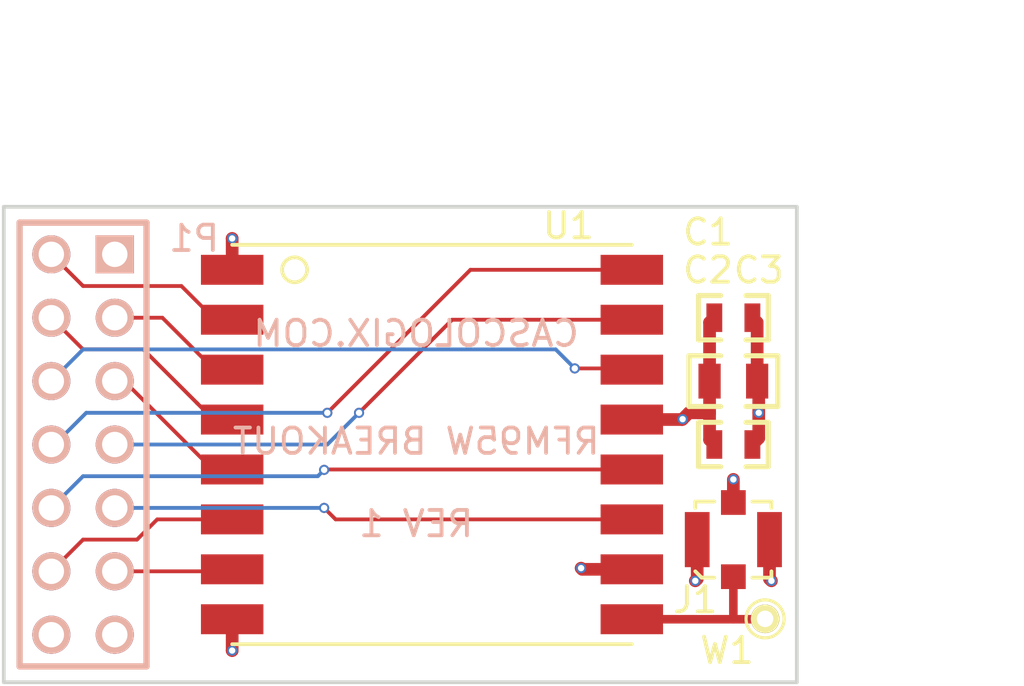
<source format=kicad_pcb>
(kicad_pcb (version 4) (host pcbnew 4.0.0-rc1-stable)

  (general
    (links 27)
    (no_connects 0)
    (area 103.6828 78.43 149.275715 105.485001)
    (thickness 1.6002)
    (drawings 9)
    (tracks 93)
    (zones 0)
    (modules 7)
    (nets 15)
  )

  (page USLetter)
  (title_block
    (title "LoRa Breakout Module")
    (date 2015-10-11)
    (rev 1.0)
    (company "Casco Logix")
  )

  (layers
    (0 F.Cu signal)
    (1 Gnd.Cu power hide)
    (2 Pwr.Cu power hide)
    (31 B.Cu signal)
    (32 B.Adhes user)
    (33 F.Adhes user)
    (34 B.Paste user)
    (35 F.Paste user)
    (36 B.SilkS user)
    (37 F.SilkS user)
    (38 B.Mask user)
    (39 F.Mask user)
    (40 Dwgs.User user)
    (41 Cmts.User user)
    (42 Eco1.User user)
    (43 Eco2.User user)
    (44 Edge.Cuts user)
    (45 Margin user)
    (46 B.CrtYd user)
    (47 F.CrtYd user)
    (48 B.Fab user)
    (49 F.Fab user)
  )

  (setup
    (last_trace_width 0.1524)
    (user_trace_width 0.3429)
    (trace_clearance 0.1524)
    (zone_clearance 0.2286)
    (zone_45_only no)
    (trace_min 0.1524)
    (segment_width 0.2)
    (edge_width 0.15)
    (via_size 0.4064)
    (via_drill 0.254)
    (via_min_size 0.381)
    (via_min_drill 0.254)
    (uvia_size 0.2032)
    (uvia_drill 0.1016)
    (uvias_allowed no)
    (uvia_min_size 0.2032)
    (uvia_min_drill 0.1016)
    (pcb_text_width 0.3)
    (pcb_text_size 1.5 1.5)
    (mod_edge_width 0.15)
    (mod_text_size 1.016 1.016)
    (mod_text_width 0.1524)
    (pad_size 1.524 1.524)
    (pad_drill 0.762)
    (pad_to_mask_clearance 0.2)
    (aux_axis_origin 0 0)
    (visible_elements 7FFEFFFF)
    (pcbplotparams
      (layerselection 0x011f0_80000007)
      (usegerberextensions false)
      (excludeedgelayer false)
      (linewidth 0.100000)
      (plotframeref true)
      (viasonmask false)
      (mode 1)
      (useauxorigin false)
      (hpglpennumber 1)
      (hpglpenspeed 20)
      (hpglpendiameter 15)
      (hpglpenoverlay 2)
      (psnegative false)
      (psa4output false)
      (plotreference true)
      (plotvalue false)
      (plotinvisibletext false)
      (padsonsilk false)
      (subtractmaskfromsilk false)
      (outputformat 4)
      (mirror false)
      (drillshape 0)
      (scaleselection 1)
      (outputdirectory Z:/Engineering/Projects/LoRa_Breakout/Hardware/EDA/Drawing/))
  )

  (net 0 "")
  (net 1 +3V3)
  (net 2 GND)
  (net 3 "Net-(J1-Pad1)")
  (net 4 RESET)
  (net 5 DIO5)
  (net 6 DIO4)
  (net 7 DIO1)
  (net 8 DIO2)
  (net 9 DIO3)
  (net 10 MISO)
  (net 11 MOSI)
  (net 12 SCK)
  (net 13 CS)
  (net 14 DIO0)

  (net_class Default "This is the default net class."
    (clearance 0.1524)
    (trace_width 0.1524)
    (via_dia 0.4064)
    (via_drill 0.254)
    (uvia_dia 0.2032)
    (uvia_drill 0.1016)
    (add_net CS)
    (add_net DIO0)
    (add_net DIO1)
    (add_net DIO2)
    (add_net DIO3)
    (add_net DIO4)
    (add_net DIO5)
    (add_net MISO)
    (add_net MOSI)
    (add_net "Net-(J1-Pad1)")
    (add_net RESET)
    (add_net SCK)
  )

  (net_class Power ""
    (clearance 0.1524)
    (trace_width 0.508)
    (via_dia 0.4064)
    (via_drill 0.254)
    (uvia_dia 0.2032)
    (uvia_drill 0.1016)
    (add_net +3V3)
    (add_net GND)
  )

  (module RF_Modules:RFM95W (layer F.Cu) (tedit 561AB58F) (tstamp 5605FED5)
    (at 122.555 95.885)
    (path /55FF2CDE)
    (fp_text reference U1 (at 5.461 -8.763) (layer F.SilkS)
      (effects (font (size 1.016 1.016) (thickness 0.1524)))
    )
    (fp_text value RFM95W (at 0 -9) (layer F.Fab) hide
      (effects (font (size 1.016 1.016) (thickness 0.1524)))
    )
    (fp_circle (center -5.5 -7) (end -5.5 -6.5) (layer F.SilkS) (width 0.15))
    (fp_line (start -8 8) (end 8 8) (layer F.SilkS) (width 0.15))
    (fp_line (start -8 -8) (end 8 -8) (layer F.SilkS) (width 0.15))
    (pad 1 smd rect (at -8 -7) (size 2.5 1.2) (layers F.Cu F.Paste F.Mask)
      (net 2 GND))
    (pad 2 smd rect (at -8 -5) (size 2.5 1.2) (layers F.Cu F.Paste F.Mask)
      (net 10 MISO))
    (pad 3 smd rect (at -8 -3) (size 2.5 1.2) (layers F.Cu F.Paste F.Mask)
      (net 11 MOSI))
    (pad 4 smd rect (at -8 -1) (size 2.5 1.2) (layers F.Cu F.Paste F.Mask)
      (net 12 SCK))
    (pad 5 smd rect (at -8 1) (size 2.5 1.2) (layers F.Cu F.Paste F.Mask)
      (net 13 CS))
    (pad 6 smd rect (at -8 3) (size 2.5 1.2) (layers F.Cu F.Paste F.Mask)
      (net 4 RESET))
    (pad 7 smd rect (at -8 5) (size 2.5 1.2) (layers F.Cu F.Paste F.Mask)
      (net 5 DIO5))
    (pad 8 smd rect (at -8 7) (size 2.5 1.2) (layers F.Cu F.Paste F.Mask)
      (net 2 GND))
    (pad 9 smd rect (at 8 7) (size 2.5 1.2) (layers F.Cu F.Paste F.Mask)
      (net 3 "Net-(J1-Pad1)"))
    (pad 10 smd rect (at 8 5) (size 2.5 1.2) (layers F.Cu F.Paste F.Mask)
      (net 2 GND))
    (pad 11 smd rect (at 8 3) (size 2.5 1.2) (layers F.Cu F.Paste F.Mask)
      (net 9 DIO3))
    (pad 12 smd rect (at 8 1) (size 2.5 1.2) (layers F.Cu F.Paste F.Mask)
      (net 6 DIO4))
    (pad 13 smd rect (at 8 -1) (size 2.5 1.2) (layers F.Cu F.Paste F.Mask)
      (net 1 +3V3))
    (pad 14 smd rect (at 8 -3) (size 2.5 1.2) (layers F.Cu F.Paste F.Mask)
      (net 14 DIO0))
    (pad 15 smd rect (at 8 -5) (size 2.5 1.2) (layers F.Cu F.Paste F.Mask)
      (net 7 DIO1))
    (pad 16 smd rect (at 8 -7) (size 2.5 1.2) (layers F.Cu F.Paste F.Mask)
      (net 8 DIO2))
    (model C:/Engineering/KiCAD_Libraries/3D/Modules/VRML/RFM95W.wrl
      (at (xyz 0 0 0))
      (scale (xyz 1 1 1))
      (rotate (xyz 0 0 0))
    )
  )

  (module Passive:C0603 (layer F.Cu) (tedit 560688EE) (tstamp 5605FEA7)
    (at 134.62 95.885)
    (path /5600CBDC)
    (attr smd)
    (fp_text reference C3 (at 1.016 -6.985) (layer F.SilkS)
      (effects (font (size 1.016 1.016) (thickness 0.1524)))
    )
    (fp_text value 0.1u (at 0 1.778) (layer F.SilkS) hide
      (effects (font (size 1.016 1.016) (thickness 0.1524)))
    )
    (fp_line (start 0.508 -0.889) (end 1.397 -0.889) (layer F.SilkS) (width 0.2032))
    (fp_line (start 1.397 -0.889) (end 1.397 0.889) (layer F.SilkS) (width 0.2032))
    (fp_line (start 1.397 0.889) (end 0.508 0.889) (layer F.SilkS) (width 0.2032))
    (fp_line (start -0.508 0.889) (end -1.397 0.889) (layer F.SilkS) (width 0.2032))
    (fp_line (start -0.508 -0.889) (end -1.397 -0.889) (layer F.SilkS) (width 0.2032))
    (fp_line (start -1.397 -0.889) (end -1.397 0.889) (layer F.SilkS) (width 0.2032))
    (pad 1 smd rect (at -0.762 0) (size 0.635 1.143) (layers F.Cu F.Paste F.Mask)
      (net 1 +3V3))
    (pad 2 smd rect (at 0.762 0) (size 0.635 1.143) (layers F.Cu F.Paste F.Mask)
      (net 2 GND))
    (model Z:/Engineering/KiCAD_Libraries/3D/Discrete/Passive/Capacitors/VRML/C0603.wrl
      (at (xyz 0 0 0.005))
      (scale (xyz 1 1 1))
      (rotate (xyz 0 0 0))
    )
  )

  (module C0805 (layer F.Cu) (tedit 5606889F) (tstamp 5605FE9B)
    (at 134.62 93.345)
    (path /5600CB12)
    (attr smd)
    (fp_text reference C1 (at -1.016 -5.969) (layer F.SilkS)
      (effects (font (size 1.016 1.016) (thickness 0.1524)))
    )
    (fp_text value 10u (at 0 2.032) (layer F.SilkS) hide
      (effects (font (size 1.016 1.016) (thickness 0.1524)))
    )
    (fp_line (start 0.508 -1.016) (end 1.778 -1.016) (layer F.SilkS) (width 0.2032))
    (fp_line (start 1.778 -1.016) (end 1.778 1.016) (layer F.SilkS) (width 0.2032))
    (fp_line (start 1.778 1.016) (end 0.508 1.016) (layer F.SilkS) (width 0.2032))
    (fp_line (start -0.508 -1.016) (end -1.778 -1.016) (layer F.SilkS) (width 0.2032))
    (fp_line (start -1.778 -1.016) (end -1.778 1.016) (layer F.SilkS) (width 0.2032))
    (fp_line (start -1.778 1.016) (end -0.508 1.016) (layer F.SilkS) (width 0.2032))
    (pad 1 smd rect (at -0.9525 0) (size 0.889 1.397) (layers F.Cu F.Paste F.Mask)
      (net 1 +3V3))
    (pad 2 smd rect (at 0.9525 0) (size 0.889 1.397) (layers F.Cu F.Paste F.Mask)
      (net 2 GND))
    (model Z:/Engineering/KiCAD_Libraries/3D/Discrete/Passive/Capacitors/VRML/C0805.wrl
      (at (xyz 0 0 0.005))
      (scale (xyz 1 1 1))
      (rotate (xyz 0 0 0))
    )
  )

  (module C0603 (layer F.Cu) (tedit 56060BFA) (tstamp 5605FEA1)
    (at 134.62 90.805)
    (path /5600CA91)
    (attr smd)
    (fp_text reference C2 (at -1.016 -1.905) (layer F.SilkS)
      (effects (font (size 1.016 1.016) (thickness 0.1524)))
    )
    (fp_text value 1u (at 0 1.778) (layer F.SilkS) hide
      (effects (font (size 1.016 1.016) (thickness 0.1524)))
    )
    (fp_line (start 0.508 -0.889) (end 1.397 -0.889) (layer F.SilkS) (width 0.2032))
    (fp_line (start 1.397 -0.889) (end 1.397 0.889) (layer F.SilkS) (width 0.2032))
    (fp_line (start 1.397 0.889) (end 0.508 0.889) (layer F.SilkS) (width 0.2032))
    (fp_line (start -0.508 0.889) (end -1.397 0.889) (layer F.SilkS) (width 0.2032))
    (fp_line (start -0.508 -0.889) (end -1.397 -0.889) (layer F.SilkS) (width 0.2032))
    (fp_line (start -1.397 -0.889) (end -1.397 0.889) (layer F.SilkS) (width 0.2032))
    (pad 1 smd rect (at -0.762 0) (size 0.635 1.143) (layers F.Cu F.Paste F.Mask)
      (net 1 +3V3))
    (pad 2 smd rect (at 0.762 0) (size 0.635 1.143) (layers F.Cu F.Paste F.Mask)
      (net 2 GND))
    (model Z:/Engineering/KiCAD_Libraries/3D/Discrete/Passive/Capacitors/VRML/C0603.wrl
      (at (xyz 0 0 0.005))
      (scale (xyz 1 1 1))
      (rotate (xyz 0 0 0))
    )
  )

  (module HEADER_100MIL_2R14P_PTH (layer B.Cu) (tedit 5606E579) (tstamp 5605FEC1)
    (at 108.585 95.885 270)
    (tags Header)
    (path /5600D096)
    (fp_text reference P1 (at -8.255 -4.445 540) (layer B.SilkS)
      (effects (font (size 1.016 1.016) (thickness 0.1524)) (justify mirror))
    )
    (fp_text value HEADER_2x7 (at 0 3.81 270) (layer B.SilkS) hide
      (effects (font (size 1.016 1.016) (thickness 0.1524)) (justify mirror))
    )
    (fp_line (start -8.89 2.54) (end 8.89 2.54) (layer B.SilkS) (width 0.254))
    (fp_line (start -8.89 -2.54) (end 8.89 -2.54) (layer B.SilkS) (width 0.254))
    (fp_line (start 8.89 2.54) (end 8.89 -2.54) (layer B.SilkS) (width 0.254))
    (fp_line (start -8.89 -2.54) (end -8.89 2.54) (layer B.SilkS) (width 0.254))
    (pad 14 thru_hole circle (at 7.62 1.27 270) (size 1.524 1.524) (drill 1.016) (layers *.Cu *.Mask B.SilkS)
      (net 2 GND))
    (pad 13 thru_hole circle (at 7.62 -1.27 270) (size 1.524 1.524) (drill 1.016) (layers *.Cu *.Mask B.SilkS)
      (net 1 +3V3))
    (pad 12 thru_hole circle (at 5.08 1.27 270) (size 1.524 1.524) (drill 1.016) (layers *.Cu *.Mask B.SilkS)
      (net 4 RESET))
    (pad 11 thru_hole circle (at 5.08 -1.27 270) (size 1.524 1.524) (drill 1.016) (layers *.Cu *.Mask B.SilkS)
      (net 5 DIO5))
    (pad 1 thru_hole rect (at -7.62 -1.27 270) (size 1.524 1.524) (drill 1.016) (layers *.Cu *.Mask B.SilkS)
      (net 2 GND))
    (pad 2 thru_hole circle (at -7.62 1.27 270) (size 1.524 1.524) (drill 1.016) (layers *.Cu *.Mask B.SilkS)
      (net 10 MISO))
    (pad 3 thru_hole circle (at -5.08 -1.27 270) (size 1.524 1.524) (drill 1.016) (layers *.Cu *.Mask B.SilkS)
      (net 11 MOSI))
    (pad 4 thru_hole circle (at -5.08 1.27 270) (size 1.524 1.524) (drill 1.016) (layers *.Cu *.Mask B.SilkS)
      (net 12 SCK))
    (pad 5 thru_hole circle (at -2.54 -1.27 270) (size 1.524 1.524) (drill 1.016) (layers *.Cu *.Mask B.SilkS)
      (net 13 CS))
    (pad 6 thru_hole circle (at -2.54 1.27 270) (size 1.524 1.524) (drill 1.016) (layers *.Cu *.Mask B.SilkS)
      (net 14 DIO0))
    (pad 7 thru_hole circle (at 0 -1.27 270) (size 1.524 1.524) (drill 1.016) (layers *.Cu *.Mask B.SilkS)
      (net 7 DIO1))
    (pad 8 thru_hole circle (at 0 1.27 270) (size 1.524 1.524) (drill 1.016) (layers *.Cu *.Mask B.SilkS)
      (net 8 DIO2))
    (pad 9 thru_hole circle (at 2.54 -1.27 270) (size 1.524 1.524) (drill 1.016) (layers *.Cu *.Mask B.SilkS)
      (net 9 DIO3))
    (pad 10 thru_hole circle (at 2.54 1.27 270) (size 1.524 1.524) (drill 1.016) (layers *.Cu *.Mask B.SilkS)
      (net 6 DIO4))
    (model Z:/Engineering/KiCAD_Libraries/3D/Headers/VRML/HEADER_M_2.54MM_2R14P_0.230H_0.120T_ST_AU_PTH.wrl
      (at (xyz 0 0 0))
      (scale (xyz 1 1 1))
      (rotate (xyz 0 0 0))
    )
  )

  (module U.FL-R-SMT (layer F.Cu) (tedit 56060C36) (tstamp 5605FEAF)
    (at 134.62 99.695)
    (path /560608D5)
    (fp_text reference J1 (at -1.524 2.413) (layer F.SilkS)
      (effects (font (size 1.016 1.016) (thickness 0.1524)))
    )
    (fp_text value u.FL (at 0 3.81) (layer F.Fab) hide
      (effects (font (size 1.016 1.016) (thickness 0.1524)))
    )
    (fp_line (start 1.524 1.27) (end 1.524 1.524) (layer F.SilkS) (width 0.15))
    (fp_line (start -1.524 -1.524) (end -1.524 -1.27) (layer F.SilkS) (width 0.15))
    (fp_line (start 1.524 -1.524) (end 1.524 -1.27) (layer F.SilkS) (width 0.15))
    (fp_line (start -1.27 1.524) (end -0.762 1.524) (layer F.SilkS) (width 0.15))
    (fp_line (start -1.524 1.27) (end -1.27 1.524) (layer F.SilkS) (width 0.15))
    (fp_line (start -1.524 -1.524) (end -0.762 -1.524) (layer F.SilkS) (width 0.15))
    (fp_line (start 0.762 1.524) (end 1.524 1.524) (layer F.SilkS) (width 0.15))
    (fp_line (start 0.762 -1.524) (end 1.524 -1.524) (layer F.SilkS) (width 0.15))
    (pad 1 smd rect (at 0 1.4859) (size 0.9906 0.9906) (layers F.Cu F.Paste F.Mask)
      (net 3 "Net-(J1-Pad1)"))
    (pad 4 smd rect (at 1.4478 0) (size 0.9906 2.2098) (layers F.Cu F.Paste F.Mask)
      (net 2 GND))
    (pad 2 smd rect (at -1.4478 0) (size 0.9906 2.2098) (layers F.Cu F.Paste F.Mask)
      (net 2 GND))
    (pad 3 smd rect (at 0 -1.4859) (size 0.9906 0.9906) (layers F.Cu F.Paste F.Mask)
      (net 2 GND))
    (model C:/Engineering/KiCAD_Libraries/3D/Connectors/RF/VRML/UFL-R-SMD.wrl
      (at (xyz 0 0 0))
      (scale (xyz 1 1 1))
      (rotate (xyz 0 0 0))
    )
  )

  (module Wire_to_Board:WIRE_PAD_26AWG (layer F.Cu) (tedit 56060C09) (tstamp 5606022A)
    (at 135.89 102.87)
    (path /5600D2F3)
    (fp_text reference W1 (at -1.524 1.27) (layer F.SilkS)
      (effects (font (size 1.016 1.016) (thickness 0.1524)))
    )
    (fp_text value WIRE_PAD_26AWG (at 0 -1.778) (layer F.SilkS) hide
      (effects (font (size 1.016 1.016) (thickness 0.1524)))
    )
    (fp_circle (center 0 0) (end 0.762 0) (layer F.SilkS) (width 0.127))
    (pad 1 thru_hole circle (at 0 0) (size 1.143 1.143) (drill 0.6604) (layers *.Cu *.Mask F.SilkS)
      (net 3 "Net-(J1-Pad1)"))
  )

  (dimension 19.05 (width 0.3) (layer Dwgs.User)
    (gr_text "0.7500 in" (at 143.59 95.885 270) (layer Dwgs.User)
      (effects (font (size 1.5 1.5) (thickness 0.3)))
    )
    (feature1 (pts (xy 138.43 105.41) (xy 144.94 105.41)))
    (feature2 (pts (xy 138.43 86.36) (xy 144.94 86.36)))
    (crossbar (pts (xy 142.24 86.36) (xy 142.24 105.41)))
    (arrow1a (pts (xy 142.24 105.41) (xy 141.653579 104.283496)))
    (arrow1b (pts (xy 142.24 105.41) (xy 142.826421 104.283496)))
    (arrow2a (pts (xy 142.24 86.36) (xy 141.653579 87.486504)))
    (arrow2b (pts (xy 142.24 86.36) (xy 142.826421 87.486504)))
  )
  (dimension 31.75 (width 0.3) (layer Dwgs.User)
    (gr_text "1.2500 in" (at 121.285 79.93) (layer Dwgs.User)
      (effects (font (size 1.5 1.5) (thickness 0.3)))
    )
    (feature1 (pts (xy 137.16 85.09) (xy 137.16 78.58)))
    (feature2 (pts (xy 105.41 85.09) (xy 105.41 78.58)))
    (crossbar (pts (xy 105.41 81.28) (xy 137.16 81.28)))
    (arrow1a (pts (xy 137.16 81.28) (xy 136.033496 81.866421)))
    (arrow1b (pts (xy 137.16 81.28) (xy 136.033496 80.693579)))
    (arrow2a (pts (xy 105.41 81.28) (xy 106.536504 81.866421)))
    (arrow2b (pts (xy 105.41 81.28) (xy 106.536504 80.693579)))
  )
  (gr_text "REV 1" (at 121.92 99.06) (layer B.SilkS)
    (effects (font (size 1.016 1.016) (thickness 0.1524)) (justify mirror))
  )
  (gr_text "RFM95W BREAKOUT" (at 121.92 95.758) (layer B.SilkS)
    (effects (font (size 1.016 1.016) (thickness 0.1524)) (justify mirror))
  )
  (gr_text CASCOLOGIX.COM (at 121.92 91.44) (layer B.SilkS)
    (effects (font (size 1.016 1.016) (thickness 0.1524)) (justify mirror))
  )
  (gr_line (start 105.41 105.41) (end 105.41 86.36) (angle 90) (layer Edge.Cuts) (width 0.15))
  (gr_line (start 137.16 105.41) (end 105.41 105.41) (angle 90) (layer Edge.Cuts) (width 0.15))
  (gr_line (start 137.16 86.36) (end 137.16 105.41) (angle 90) (layer Edge.Cuts) (width 0.15))
  (gr_line (start 105.41 86.36) (end 137.16 86.36) (angle 90) (layer Edge.Cuts) (width 0.15))

  (segment (start 132.588 94.869) (end 132.842 94.615) (width 0.508) (layer F.Cu) (net 1))
  (segment (start 132.572 94.885) (end 132.588 94.869) (width 0.508) (layer F.Cu) (net 1) (tstamp 56088D8C))
  (via (at 132.588 94.869) (size 0.4064) (drill 0.254) (layers F.Cu B.Cu) (net 1))
  (segment (start 130.555 94.885) (end 132.572 94.885) (width 0.508) (layer F.Cu) (net 1))
  (segment (start 132.842 94.615) (end 133.6675 94.615) (width 0.508) (layer F.Cu) (net 1) (tstamp 56088D99))
  (segment (start 133.6675 93.345) (end 133.477 93.345) (width 0.508) (layer F.Cu) (net 1))
  (segment (start 133.6675 93.345) (end 133.6675 94.615) (width 0.508) (layer F.Cu) (net 1))
  (segment (start 133.6675 94.615) (end 133.6675 95.6945) (width 0.508) (layer F.Cu) (net 1) (tstamp 56088DAF))
  (segment (start 133.6675 95.6945) (end 133.858 95.885) (width 0.508) (layer F.Cu) (net 1) (tstamp 56060754))
  (segment (start 133.858 90.805) (end 133.6675 90.9955) (width 0.508) (layer F.Cu) (net 1))
  (segment (start 133.6675 90.9955) (end 133.6675 93.345) (width 0.508) (layer F.Cu) (net 1) (tstamp 56060750))
  (segment (start 135.636 95.631) (end 135.636 94.615) (width 0.508) (layer F.Cu) (net 2))
  (via (at 135.636 94.615) (size 0.4064) (drill 0.254) (layers F.Cu B.Cu) (net 2))
  (segment (start 135.636 94.615) (end 135.636 93.4085) (width 0.508) (layer F.Cu) (net 2) (tstamp 56088D59))
  (segment (start 135.636 95.631) (end 135.382 95.885) (width 0.508) (layer F.Cu) (net 2) (tstamp 56088D6C))
  (segment (start 135.5725 93.345) (end 135.636 93.4085) (width 0.508) (layer F.Cu) (net 2))
  (segment (start 130.555 100.885) (end 128.571 100.885) (width 0.508) (layer F.Cu) (net 2))
  (via (at 128.524 100.838) (size 0.4064) (drill 0.254) (layers F.Cu B.Cu) (net 2))
  (segment (start 128.571 100.885) (end 128.524 100.838) (width 0.508) (layer F.Cu) (net 2) (tstamp 5606EB99))
  (segment (start 134.62 98.2091) (end 134.62 97.282) (width 0.508) (layer F.Cu) (net 2))
  (via (at 134.62 97.282) (size 0.4064) (drill 0.254) (layers F.Cu B.Cu) (net 2))
  (segment (start 133.1722 99.695) (end 133.1722 101.2698) (width 0.508) (layer F.Cu) (net 2))
  (via (at 133.096 101.346) (size 0.4064) (drill 0.254) (layers F.Cu B.Cu) (net 2))
  (segment (start 133.1722 101.2698) (end 133.096 101.346) (width 0.508) (layer F.Cu) (net 2) (tstamp 5606EB8A))
  (segment (start 136.0678 99.695) (end 136.0678 101.2698) (width 0.508) (layer F.Cu) (net 2))
  (via (at 136.144 101.346) (size 0.4064) (drill 0.254) (layers F.Cu B.Cu) (net 2))
  (segment (start 136.0678 101.2698) (end 136.144 101.346) (width 0.508) (layer F.Cu) (net 2) (tstamp 5606EB83))
  (segment (start 114.555 88.885) (end 114.555 87.631) (width 0.508) (layer F.Cu) (net 2))
  (via (at 114.554 87.63) (size 0.4064) (drill 0.254) (layers F.Cu B.Cu) (net 2))
  (segment (start 114.555 87.631) (end 114.554 87.63) (width 0.508) (layer F.Cu) (net 2) (tstamp 5606E4F9))
  (segment (start 114.555 102.885) (end 114.555 104.139) (width 0.508) (layer F.Cu) (net 2))
  (via (at 114.554 104.14) (size 0.4064) (drill 0.254) (layers F.Cu B.Cu) (net 2))
  (segment (start 114.555 104.139) (end 114.554 104.14) (width 0.508) (layer F.Cu) (net 2) (tstamp 5606E4CA))
  (segment (start 114.555 102.885) (end 114.554 102.87) (width 0.1524) (layer F.Cu) (net 2) (status 80000))
  (segment (start 114.555 88.885) (end 114.554 88.9) (width 0.1524) (layer F.Cu) (net 2) (status 80000))
  (segment (start 135.382 90.805) (end 135.5725 90.9955) (width 0.508) (layer F.Cu) (net 2))
  (segment (start 135.5725 90.9955) (end 135.5725 93.345) (width 0.508) (layer F.Cu) (net 2) (tstamp 5606074B))
  (segment (start 134.62 101.1809) (end 134.62 102.885) (width 0.3429) (layer F.Cu) (net 3))
  (segment (start 134.62 102.885) (end 134.62 102.87) (width 0.1524) (layer F.Cu) (net 3) (tstamp 560607A6))
  (segment (start 134.62 102.87) (end 134.62 102.885) (width 0.1524) (layer F.Cu) (net 3) (tstamp 560607A9))
  (segment (start 130.555 102.885) (end 134.62 102.885) (width 0.3429) (layer F.Cu) (net 3))
  (segment (start 134.62 102.885) (end 135.875 102.885) (width 0.3429) (layer F.Cu) (net 3) (tstamp 560607AA))
  (segment (start 135.875 102.885) (end 135.89 102.87) (width 0.1524) (layer F.Cu) (net 3) (tstamp 560607A1))
  (segment (start 114.555 98.885) (end 111.554 98.885) (width 0.1524) (layer F.Cu) (net 4))
  (segment (start 108.585 99.695) (end 107.315 100.965) (width 0.1524) (layer F.Cu) (net 4) (tstamp 560882BE))
  (segment (start 110.744 99.695) (end 108.585 99.695) (width 0.1524) (layer F.Cu) (net 4) (tstamp 560882BC))
  (segment (start 111.554 98.885) (end 110.744 99.695) (width 0.1524) (layer F.Cu) (net 4) (tstamp 560882B7))
  (segment (start 109.855 100.965) (end 114.475 100.965) (width 0.1524) (layer F.Cu) (net 5))
  (segment (start 114.475 100.965) (end 114.555 100.885) (width 0.1524) (layer F.Cu) (net 5) (tstamp 560882C2))
  (segment (start 130.555 96.885) (end 118.253 96.885) (width 0.1524) (layer F.Cu) (net 6))
  (segment (start 108.585 97.155) (end 107.315 98.425) (width 0.1524) (layer B.Cu) (net 6) (tstamp 5608834C))
  (segment (start 117.983 97.155) (end 108.585 97.155) (width 0.1524) (layer B.Cu) (net 6) (tstamp 56088349))
  (segment (start 118.237 96.901) (end 117.983 97.155) (width 0.1524) (layer B.Cu) (net 6) (tstamp 56088348))
  (via (at 118.237 96.901) (size 0.4064) (drill 0.254) (layers F.Cu B.Cu) (net 6))
  (segment (start 118.253 96.885) (end 118.237 96.901) (width 0.1524) (layer F.Cu) (net 6) (tstamp 5608833B))
  (segment (start 109.855 95.885) (end 118.364 95.885) (width 0.1524) (layer B.Cu) (net 7))
  (segment (start 123.364 90.885) (end 130.555 90.885) (width 0.1524) (layer F.Cu) (net 7) (tstamp 56088336))
  (segment (start 119.634 94.615) (end 123.364 90.885) (width 0.1524) (layer F.Cu) (net 7) (tstamp 56088335))
  (via (at 119.634 94.615) (size 0.4064) (drill 0.254) (layers F.Cu B.Cu) (net 7))
  (segment (start 118.364 95.885) (end 119.634 94.615) (width 0.1524) (layer B.Cu) (net 7) (tstamp 56088328))
  (segment (start 130.555 88.885) (end 124.094 88.885) (width 0.1524) (layer F.Cu) (net 8))
  (segment (start 108.712 94.615) (end 107.442 95.885) (width 0.1524) (layer B.Cu) (net 8) (tstamp 56088323))
  (segment (start 118.364 94.615) (end 108.712 94.615) (width 0.1524) (layer B.Cu) (net 8) (tstamp 56088322))
  (via (at 118.364 94.615) (size 0.4064) (drill 0.254) (layers F.Cu B.Cu) (net 8))
  (segment (start 124.094 88.885) (end 118.364 94.615) (width 0.1524) (layer F.Cu) (net 8) (tstamp 56088308))
  (segment (start 107.442 95.885) (end 107.315 95.885) (width 0.1524) (layer B.Cu) (net 8) (tstamp 56088324))
  (segment (start 109.855 98.425) (end 118.237 98.425) (width 0.1524) (layer B.Cu) (net 9))
  (segment (start 118.697 98.885) (end 130.555 98.885) (width 0.1524) (layer F.Cu) (net 9) (tstamp 56088356))
  (segment (start 118.237 98.425) (end 118.697 98.885) (width 0.1524) (layer F.Cu) (net 9) (tstamp 56088355))
  (via (at 118.237 98.425) (size 0.4064) (drill 0.254) (layers F.Cu B.Cu) (net 9))
  (segment (start 107.315 88.265) (end 108.585 89.535) (width 0.1524) (layer F.Cu) (net 10))
  (segment (start 112.522 89.535) (end 113.872 90.885) (width 0.1524) (layer F.Cu) (net 10) (tstamp 5608824F))
  (segment (start 108.585 89.535) (end 112.522 89.535) (width 0.1524) (layer F.Cu) (net 10) (tstamp 56088244))
  (segment (start 113.872 90.885) (end 114.555 90.885) (width 0.1524) (layer F.Cu) (net 10) (tstamp 56088255))
  (segment (start 109.855 90.805) (end 111.76 90.805) (width 0.1524) (layer F.Cu) (net 11))
  (segment (start 111.76 90.805) (end 113.84 92.885) (width 0.1524) (layer F.Cu) (net 11) (tstamp 560889F0))
  (segment (start 113.84 92.885) (end 114.555 92.885) (width 0.1524) (layer F.Cu) (net 11) (tstamp 56088A00))
  (segment (start 107.315 90.805) (end 108.585 92.075) (width 0.1524) (layer F.Cu) (net 12))
  (segment (start 113.157 94.234) (end 113.808 94.885) (width 0.1524) (layer F.Cu) (net 12) (tstamp 560882EF))
  (segment (start 113.157 94.234) (end 113.157 94.234) (width 0.1524) (layer F.Cu) (net 12) (tstamp 560882EB))
  (segment (start 110.998 92.075) (end 113.157 94.234) (width 0.1524) (layer F.Cu) (net 12) (tstamp 560882E6))
  (segment (start 108.585 92.075) (end 110.998 92.075) (width 0.1524) (layer F.Cu) (net 12) (tstamp 560882E4))
  (segment (start 113.808 94.885) (end 114.555 94.885) (width 0.1524) (layer F.Cu) (net 12) (tstamp 560882F2))
  (segment (start 109.855 93.345) (end 110.236 93.345) (width 0.1524) (layer F.Cu) (net 13))
  (segment (start 110.236 93.345) (end 113.776 96.885) (width 0.1524) (layer F.Cu) (net 13) (tstamp 56088A3B))
  (segment (start 113.776 96.885) (end 114.555 96.885) (width 0.1524) (layer F.Cu) (net 13) (tstamp 56088A40))
  (segment (start 113.903 96.885) (end 114.555 96.885) (width 0.1524) (layer F.Cu) (net 13) (tstamp 5608829C))
  (segment (start 107.315 93.345) (end 108.585 92.075) (width 0.1524) (layer B.Cu) (net 14))
  (segment (start 128.27 92.837) (end 130.507 92.837) (width 0.1524) (layer F.Cu) (net 14) (tstamp 5608836A))
  (via (at 128.27 92.837) (size 0.4064) (drill 0.254) (layers F.Cu B.Cu) (net 14))
  (segment (start 127.508 92.075) (end 128.27 92.837) (width 0.1524) (layer B.Cu) (net 14) (tstamp 56088363))
  (segment (start 108.585 92.075) (end 127.508 92.075) (width 0.1524) (layer B.Cu) (net 14) (tstamp 5608835F))
  (segment (start 130.507 92.837) (end 130.555 92.885) (width 0.1524) (layer F.Cu) (net 14) (tstamp 5608836B))

  (zone (net 2) (net_name GND) (layer Gnd.Cu) (tstamp 560604A5) (hatch edge 0.508)
    (connect_pads (clearance 0.2286))
    (min_thickness 0.254)
    (fill yes (arc_segments 16) (thermal_gap 0.508) (thermal_bridge_width 0.508))
    (polygon
      (pts
        (xy 137.16 105.41) (xy 105.41 105.41) (xy 105.41 86.36) (xy 137.16 86.36) (xy 137.16 105.41)
      )
    )
    (filled_polygon
      (pts
        (xy 136.7294 102.473759) (xy 136.676415 102.345526) (xy 136.415846 102.084501) (xy 136.075221 101.943061) (xy 135.706397 101.942739)
        (xy 135.365526 102.083585) (xy 135.104501 102.344154) (xy 134.963061 102.684779) (xy 134.962739 103.053603) (xy 135.103585 103.394474)
        (xy 135.364154 103.655499) (xy 135.704779 103.796939) (xy 136.073603 103.797261) (xy 136.414474 103.656415) (xy 136.675499 103.395846)
        (xy 136.7294 103.266038) (xy 136.7294 104.9794) (xy 105.8406 104.9794) (xy 105.8406 104.485213) (xy 106.514392 104.485213)
        (xy 106.583857 104.727397) (xy 107.107302 104.914144) (xy 107.662368 104.886362) (xy 108.046143 104.727397) (xy 108.115608 104.485213)
        (xy 107.315 103.684605) (xy 106.514392 104.485213) (xy 105.8406 104.485213) (xy 105.8406 103.297302) (xy 105.905856 103.297302)
        (xy 105.933638 103.852368) (xy 106.092603 104.236143) (xy 106.334787 104.305608) (xy 107.135395 103.505) (xy 107.494605 103.505)
        (xy 108.295213 104.305608) (xy 108.537397 104.236143) (xy 108.71928 103.726329) (xy 108.737207 103.726329) (xy 108.906992 104.137242)
        (xy 109.221104 104.451903) (xy 109.63172 104.622406) (xy 110.076329 104.622793) (xy 110.487242 104.453008) (xy 110.801903 104.138896)
        (xy 110.972406 103.72828) (xy 110.972793 103.283671) (xy 110.803008 102.872758) (xy 110.488896 102.558097) (xy 110.07828 102.387594)
        (xy 109.633671 102.387207) (xy 109.222758 102.556992) (xy 108.908097 102.871104) (xy 108.737594 103.28172) (xy 108.737207 103.726329)
        (xy 108.71928 103.726329) (xy 108.724144 103.712698) (xy 108.696362 103.157632) (xy 108.537397 102.773857) (xy 108.295213 102.704392)
        (xy 107.494605 103.505) (xy 107.135395 103.505) (xy 106.334787 102.704392) (xy 106.092603 102.773857) (xy 105.905856 103.297302)
        (xy 105.8406 103.297302) (xy 105.8406 102.524787) (xy 106.514392 102.524787) (xy 107.315 103.325395) (xy 108.115608 102.524787)
        (xy 108.046143 102.282603) (xy 107.522698 102.095856) (xy 106.967632 102.123638) (xy 106.583857 102.282603) (xy 106.514392 102.524787)
        (xy 105.8406 102.524787) (xy 105.8406 101.186329) (xy 106.197207 101.186329) (xy 106.366992 101.597242) (xy 106.681104 101.911903)
        (xy 107.09172 102.082406) (xy 107.536329 102.082793) (xy 107.947242 101.913008) (xy 108.261903 101.598896) (xy 108.432406 101.18828)
        (xy 108.432407 101.186329) (xy 108.737207 101.186329) (xy 108.906992 101.597242) (xy 109.221104 101.911903) (xy 109.63172 102.082406)
        (xy 110.076329 102.082793) (xy 110.487242 101.913008) (xy 110.801903 101.598896) (xy 110.972406 101.18828) (xy 110.972793 100.743671)
        (xy 110.803008 100.332758) (xy 110.488896 100.018097) (xy 110.07828 99.847594) (xy 109.633671 99.847207) (xy 109.222758 100.016992)
        (xy 108.908097 100.331104) (xy 108.737594 100.74172) (xy 108.737207 101.186329) (xy 108.432407 101.186329) (xy 108.432793 100.743671)
        (xy 108.263008 100.332758) (xy 107.948896 100.018097) (xy 107.53828 99.847594) (xy 107.093671 99.847207) (xy 106.682758 100.016992)
        (xy 106.368097 100.331104) (xy 106.197594 100.74172) (xy 106.197207 101.186329) (xy 105.8406 101.186329) (xy 105.8406 98.646329)
        (xy 106.197207 98.646329) (xy 106.366992 99.057242) (xy 106.681104 99.371903) (xy 107.09172 99.542406) (xy 107.536329 99.542793)
        (xy 107.947242 99.373008) (xy 108.261903 99.058896) (xy 108.432406 98.64828) (xy 108.432407 98.646329) (xy 108.737207 98.646329)
        (xy 108.906992 99.057242) (xy 109.221104 99.371903) (xy 109.63172 99.542406) (xy 110.076329 99.542793) (xy 110.487242 99.373008)
        (xy 110.801903 99.058896) (xy 110.972406 98.64828) (xy 110.972504 98.535665) (xy 117.678103 98.535665) (xy 117.762996 98.741122)
        (xy 117.920052 98.898452) (xy 118.12536 98.983703) (xy 118.347665 98.983897) (xy 118.553122 98.899004) (xy 118.710452 98.741948)
        (xy 118.795703 98.53664) (xy 118.795897 98.314335) (xy 118.711004 98.108878) (xy 118.553948 97.951548) (xy 118.34864 97.866297)
        (xy 118.126335 97.866103) (xy 117.920878 97.950996) (xy 117.763548 98.108052) (xy 117.678297 98.31336) (xy 117.678103 98.535665)
        (xy 110.972504 98.535665) (xy 110.972793 98.203671) (xy 110.803008 97.792758) (xy 110.488896 97.478097) (xy 110.07828 97.307594)
        (xy 109.633671 97.307207) (xy 109.222758 97.476992) (xy 108.908097 97.791104) (xy 108.737594 98.20172) (xy 108.737207 98.646329)
        (xy 108.432407 98.646329) (xy 108.432793 98.203671) (xy 108.263008 97.792758) (xy 107.948896 97.478097) (xy 107.53828 97.307594)
        (xy 107.093671 97.307207) (xy 106.682758 97.476992) (xy 106.368097 97.791104) (xy 106.197594 98.20172) (xy 106.197207 98.646329)
        (xy 105.8406 98.646329) (xy 105.8406 97.011665) (xy 117.678103 97.011665) (xy 117.762996 97.217122) (xy 117.920052 97.374452)
        (xy 118.12536 97.459703) (xy 118.347665 97.459897) (xy 118.553122 97.375004) (xy 118.710452 97.217948) (xy 118.795703 97.01264)
        (xy 118.795897 96.790335) (xy 118.711004 96.584878) (xy 118.553948 96.427548) (xy 118.34864 96.342297) (xy 118.126335 96.342103)
        (xy 117.920878 96.426996) (xy 117.763548 96.584052) (xy 117.678297 96.78936) (xy 117.678103 97.011665) (xy 105.8406 97.011665)
        (xy 105.8406 96.106329) (xy 106.197207 96.106329) (xy 106.366992 96.517242) (xy 106.681104 96.831903) (xy 107.09172 97.002406)
        (xy 107.536329 97.002793) (xy 107.947242 96.833008) (xy 108.261903 96.518896) (xy 108.432406 96.10828) (xy 108.432407 96.106329)
        (xy 108.737207 96.106329) (xy 108.906992 96.517242) (xy 109.221104 96.831903) (xy 109.63172 97.002406) (xy 110.076329 97.002793)
        (xy 110.487242 96.833008) (xy 110.801903 96.518896) (xy 110.972406 96.10828) (xy 110.972793 95.663671) (xy 110.803008 95.252758)
        (xy 110.488896 94.938097) (xy 110.07828 94.767594) (xy 109.633671 94.767207) (xy 109.222758 94.936992) (xy 108.908097 95.251104)
        (xy 108.737594 95.66172) (xy 108.737207 96.106329) (xy 108.432407 96.106329) (xy 108.432793 95.663671) (xy 108.263008 95.252758)
        (xy 107.948896 94.938097) (xy 107.53828 94.767594) (xy 107.093671 94.767207) (xy 106.682758 94.936992) (xy 106.368097 95.251104)
        (xy 106.197594 95.66172) (xy 106.197207 96.106329) (xy 105.8406 96.106329) (xy 105.8406 94.725665) (xy 117.805103 94.725665)
        (xy 117.889996 94.931122) (xy 118.047052 95.088452) (xy 118.25236 95.173703) (xy 118.474665 95.173897) (xy 118.680122 95.089004)
        (xy 118.837452 94.931948) (xy 118.922703 94.72664) (xy 118.922703 94.725665) (xy 119.075103 94.725665) (xy 119.159996 94.931122)
        (xy 119.317052 95.088452) (xy 119.52236 95.173703) (xy 119.744665 95.173897) (xy 119.950122 95.089004) (xy 120.059651 94.979665)
        (xy 132.029103 94.979665) (xy 132.113996 95.185122) (xy 132.271052 95.342452) (xy 132.47636 95.427703) (xy 132.698665 95.427897)
        (xy 132.904122 95.343004) (xy 133.061452 95.185948) (xy 133.146703 94.98064) (xy 133.146897 94.758335) (xy 133.062004 94.552878)
        (xy 132.904948 94.395548) (xy 132.69964 94.310297) (xy 132.477335 94.310103) (xy 132.271878 94.394996) (xy 132.114548 94.552052)
        (xy 132.029297 94.75736) (xy 132.029103 94.979665) (xy 120.059651 94.979665) (xy 120.107452 94.931948) (xy 120.192703 94.72664)
        (xy 120.192897 94.504335) (xy 120.108004 94.298878) (xy 119.950948 94.141548) (xy 119.74564 94.056297) (xy 119.523335 94.056103)
        (xy 119.317878 94.140996) (xy 119.160548 94.298052) (xy 119.075297 94.50336) (xy 119.075103 94.725665) (xy 118.922703 94.725665)
        (xy 118.922897 94.504335) (xy 118.838004 94.298878) (xy 118.680948 94.141548) (xy 118.47564 94.056297) (xy 118.253335 94.056103)
        (xy 118.047878 94.140996) (xy 117.890548 94.298052) (xy 117.805297 94.50336) (xy 117.805103 94.725665) (xy 105.8406 94.725665)
        (xy 105.8406 93.566329) (xy 106.197207 93.566329) (xy 106.366992 93.977242) (xy 106.681104 94.291903) (xy 107.09172 94.462406)
        (xy 107.536329 94.462793) (xy 107.947242 94.293008) (xy 108.261903 93.978896) (xy 108.432406 93.56828) (xy 108.432407 93.566329)
        (xy 108.737207 93.566329) (xy 108.906992 93.977242) (xy 109.221104 94.291903) (xy 109.63172 94.462406) (xy 110.076329 94.462793)
        (xy 110.487242 94.293008) (xy 110.801903 93.978896) (xy 110.972406 93.56828) (xy 110.972793 93.123671) (xy 110.90007 92.947665)
        (xy 127.711103 92.947665) (xy 127.795996 93.153122) (xy 127.953052 93.310452) (xy 128.15836 93.395703) (xy 128.380665 93.395897)
        (xy 128.586122 93.311004) (xy 128.743452 93.153948) (xy 128.828703 92.94864) (xy 128.828897 92.726335) (xy 128.744004 92.520878)
        (xy 128.586948 92.363548) (xy 128.38164 92.278297) (xy 128.159335 92.278103) (xy 127.953878 92.362996) (xy 127.796548 92.520052)
        (xy 127.711297 92.72536) (xy 127.711103 92.947665) (xy 110.90007 92.947665) (xy 110.803008 92.712758) (xy 110.488896 92.398097)
        (xy 110.07828 92.227594) (xy 109.633671 92.227207) (xy 109.222758 92.396992) (xy 108.908097 92.711104) (xy 108.737594 93.12172)
        (xy 108.737207 93.566329) (xy 108.432407 93.566329) (xy 108.432793 93.123671) (xy 108.263008 92.712758) (xy 107.948896 92.398097)
        (xy 107.53828 92.227594) (xy 107.093671 92.227207) (xy 106.682758 92.396992) (xy 106.368097 92.711104) (xy 106.197594 93.12172)
        (xy 106.197207 93.566329) (xy 105.8406 93.566329) (xy 105.8406 91.026329) (xy 106.197207 91.026329) (xy 106.366992 91.437242)
        (xy 106.681104 91.751903) (xy 107.09172 91.922406) (xy 107.536329 91.922793) (xy 107.947242 91.753008) (xy 108.261903 91.438896)
        (xy 108.432406 91.02828) (xy 108.432407 91.026329) (xy 108.737207 91.026329) (xy 108.906992 91.437242) (xy 109.221104 91.751903)
        (xy 109.63172 91.922406) (xy 110.076329 91.922793) (xy 110.487242 91.753008) (xy 110.801903 91.438896) (xy 110.972406 91.02828)
        (xy 110.972793 90.583671) (xy 110.803008 90.172758) (xy 110.488896 89.858097) (xy 110.07828 89.687594) (xy 109.633671 89.687207)
        (xy 109.222758 89.856992) (xy 108.908097 90.171104) (xy 108.737594 90.58172) (xy 108.737207 91.026329) (xy 108.432407 91.026329)
        (xy 108.432793 90.583671) (xy 108.263008 90.172758) (xy 107.948896 89.858097) (xy 107.53828 89.687594) (xy 107.093671 89.687207)
        (xy 106.682758 89.856992) (xy 106.368097 90.171104) (xy 106.197594 90.58172) (xy 106.197207 91.026329) (xy 105.8406 91.026329)
        (xy 105.8406 88.486329) (xy 106.197207 88.486329) (xy 106.366992 88.897242) (xy 106.681104 89.211903) (xy 107.09172 89.382406)
        (xy 107.536329 89.382793) (xy 107.947242 89.213008) (xy 108.261903 88.898896) (xy 108.406466 88.55075) (xy 108.458 88.55075)
        (xy 108.458 89.153309) (xy 108.554673 89.386698) (xy 108.733301 89.565327) (xy 108.96669 89.662) (xy 109.56925 89.662)
        (xy 109.728 89.50325) (xy 109.728 88.392) (xy 109.982 88.392) (xy 109.982 89.50325) (xy 110.14075 89.662)
        (xy 110.74331 89.662) (xy 110.976699 89.565327) (xy 111.155327 89.386698) (xy 111.252 89.153309) (xy 111.252 88.55075)
        (xy 111.09325 88.392) (xy 109.982 88.392) (xy 109.728 88.392) (xy 108.61675 88.392) (xy 108.458 88.55075)
        (xy 108.406466 88.55075) (xy 108.432406 88.48828) (xy 108.432793 88.043671) (xy 108.263008 87.632758) (xy 108.007388 87.376691)
        (xy 108.458 87.376691) (xy 108.458 87.97925) (xy 108.61675 88.138) (xy 109.728 88.138) (xy 109.728 87.02675)
        (xy 109.982 87.02675) (xy 109.982 88.138) (xy 111.09325 88.138) (xy 111.252 87.97925) (xy 111.252 87.376691)
        (xy 111.155327 87.143302) (xy 110.976699 86.964673) (xy 110.74331 86.868) (xy 110.14075 86.868) (xy 109.982 87.02675)
        (xy 109.728 87.02675) (xy 109.56925 86.868) (xy 108.96669 86.868) (xy 108.733301 86.964673) (xy 108.554673 87.143302)
        (xy 108.458 87.376691) (xy 108.007388 87.376691) (xy 107.948896 87.318097) (xy 107.53828 87.147594) (xy 107.093671 87.147207)
        (xy 106.682758 87.316992) (xy 106.368097 87.631104) (xy 106.197594 88.04172) (xy 106.197207 88.486329) (xy 105.8406 88.486329)
        (xy 105.8406 86.7906) (xy 136.7294 86.7906)
      )
    )
  )
  (zone (net 1) (net_name +3V3) (layer Pwr.Cu) (tstamp 560604CD) (hatch edge 0.508)
    (connect_pads (clearance 0.2286))
    (min_thickness 0.254)
    (fill yes (arc_segments 16) (thermal_gap 0.508) (thermal_bridge_width 0.508))
    (polygon
      (pts
        (xy 137.16 105.41) (xy 105.41 105.41) (xy 105.41 86.36) (xy 137.16 86.36) (xy 137.16 105.41)
      )
    )
    (filled_polygon
      (pts
        (xy 136.7294 102.473759) (xy 136.676415 102.345526) (xy 136.415846 102.084501) (xy 136.075221 101.943061) (xy 135.706397 101.942739)
        (xy 135.365526 102.083585) (xy 135.104501 102.344154) (xy 134.963061 102.684779) (xy 134.962739 103.053603) (xy 135.103585 103.394474)
        (xy 135.364154 103.655499) (xy 135.704779 103.796939) (xy 136.073603 103.797261) (xy 136.414474 103.656415) (xy 136.675499 103.395846)
        (xy 136.7294 103.266038) (xy 136.7294 104.9794) (xy 105.8406 104.9794) (xy 105.8406 103.726329) (xy 106.197207 103.726329)
        (xy 106.366992 104.137242) (xy 106.681104 104.451903) (xy 107.09172 104.622406) (xy 107.536329 104.622793) (xy 107.869299 104.485213)
        (xy 109.054392 104.485213) (xy 109.123857 104.727397) (xy 109.647302 104.914144) (xy 110.202368 104.886362) (xy 110.586143 104.727397)
        (xy 110.655608 104.485213) (xy 109.855 103.684605) (xy 109.054392 104.485213) (xy 107.869299 104.485213) (xy 107.947242 104.453008)
        (xy 108.261903 104.138896) (xy 108.432406 103.72828) (xy 108.432781 103.297302) (xy 108.445856 103.297302) (xy 108.473638 103.852368)
        (xy 108.632603 104.236143) (xy 108.874787 104.305608) (xy 109.675395 103.505) (xy 110.034605 103.505) (xy 110.835213 104.305608)
        (xy 111.026767 104.250665) (xy 113.995103 104.250665) (xy 114.079996 104.456122) (xy 114.237052 104.613452) (xy 114.44236 104.698703)
        (xy 114.664665 104.698897) (xy 114.870122 104.614004) (xy 115.027452 104.456948) (xy 115.112703 104.25164) (xy 115.112897 104.029335)
        (xy 115.028004 103.823878) (xy 114.870948 103.666548) (xy 114.66564 103.581297) (xy 114.443335 103.581103) (xy 114.237878 103.665996)
        (xy 114.080548 103.823052) (xy 113.995297 104.02836) (xy 113.995103 104.250665) (xy 111.026767 104.250665) (xy 111.077397 104.236143)
        (xy 111.264144 103.712698) (xy 111.236362 103.157632) (xy 111.077397 102.773857) (xy 110.835213 102.704392) (xy 110.034605 103.505)
        (xy 109.675395 103.505) (xy 108.874787 102.704392) (xy 108.632603 102.773857) (xy 108.445856 103.297302) (xy 108.432781 103.297302)
        (xy 108.432793 103.283671) (xy 108.263008 102.872758) (xy 107.948896 102.558097) (xy 107.868677 102.524787) (xy 109.054392 102.524787)
        (xy 109.855 103.325395) (xy 110.655608 102.524787) (xy 110.586143 102.282603) (xy 110.062698 102.095856) (xy 109.507632 102.123638)
        (xy 109.123857 102.282603) (xy 109.054392 102.524787) (xy 107.868677 102.524787) (xy 107.53828 102.387594) (xy 107.093671 102.387207)
        (xy 106.682758 102.556992) (xy 106.368097 102.871104) (xy 106.197594 103.28172) (xy 106.197207 103.726329) (xy 105.8406 103.726329)
        (xy 105.8406 101.186329) (xy 106.197207 101.186329) (xy 106.366992 101.597242) (xy 106.681104 101.911903) (xy 107.09172 102.082406)
        (xy 107.536329 102.082793) (xy 107.947242 101.913008) (xy 108.261903 101.598896) (xy 108.432406 101.18828) (xy 108.432407 101.186329)
        (xy 108.737207 101.186329) (xy 108.906992 101.597242) (xy 109.221104 101.911903) (xy 109.63172 102.082406) (xy 110.076329 102.082793)
        (xy 110.487242 101.913008) (xy 110.801903 101.598896) (xy 110.860962 101.456665) (xy 132.537103 101.456665) (xy 132.621996 101.662122)
        (xy 132.779052 101.819452) (xy 132.98436 101.904703) (xy 133.206665 101.904897) (xy 133.412122 101.820004) (xy 133.569452 101.662948)
        (xy 133.654703 101.45764) (xy 133.654703 101.456665) (xy 135.585103 101.456665) (xy 135.669996 101.662122) (xy 135.827052 101.819452)
        (xy 136.03236 101.904703) (xy 136.254665 101.904897) (xy 136.460122 101.820004) (xy 136.617452 101.662948) (xy 136.702703 101.45764)
        (xy 136.702897 101.235335) (xy 136.618004 101.029878) (xy 136.460948 100.872548) (xy 136.25564 100.787297) (xy 136.033335 100.787103)
        (xy 135.827878 100.871996) (xy 135.670548 101.029052) (xy 135.585297 101.23436) (xy 135.585103 101.456665) (xy 133.654703 101.456665)
        (xy 133.654897 101.235335) (xy 133.570004 101.029878) (xy 133.412948 100.872548) (xy 133.20764 100.787297) (xy 132.985335 100.787103)
        (xy 132.779878 100.871996) (xy 132.622548 101.029052) (xy 132.537297 101.23436) (xy 132.537103 101.456665) (xy 110.860962 101.456665)
        (xy 110.972406 101.18828) (xy 110.972614 100.948665) (xy 127.965103 100.948665) (xy 128.049996 101.154122) (xy 128.207052 101.311452)
        (xy 128.41236 101.396703) (xy 128.634665 101.396897) (xy 128.840122 101.312004) (xy 128.997452 101.154948) (xy 129.082703 100.94964)
        (xy 129.082897 100.727335) (xy 128.998004 100.521878) (xy 128.840948 100.364548) (xy 128.63564 100.279297) (xy 128.413335 100.279103)
        (xy 128.207878 100.363996) (xy 128.050548 100.521052) (xy 127.965297 100.72636) (xy 127.965103 100.948665) (xy 110.972614 100.948665)
        (xy 110.972793 100.743671) (xy 110.803008 100.332758) (xy 110.488896 100.018097) (xy 110.07828 99.847594) (xy 109.633671 99.847207)
        (xy 109.222758 100.016992) (xy 108.908097 100.331104) (xy 108.737594 100.74172) (xy 108.737207 101.186329) (xy 108.432407 101.186329)
        (xy 108.432793 100.743671) (xy 108.263008 100.332758) (xy 107.948896 100.018097) (xy 107.53828 99.847594) (xy 107.093671 99.847207)
        (xy 106.682758 100.016992) (xy 106.368097 100.331104) (xy 106.197594 100.74172) (xy 106.197207 101.186329) (xy 105.8406 101.186329)
        (xy 105.8406 98.646329) (xy 106.197207 98.646329) (xy 106.366992 99.057242) (xy 106.681104 99.371903) (xy 107.09172 99.542406)
        (xy 107.536329 99.542793) (xy 107.947242 99.373008) (xy 108.261903 99.058896) (xy 108.432406 98.64828) (xy 108.432407 98.646329)
        (xy 108.737207 98.646329) (xy 108.906992 99.057242) (xy 109.221104 99.371903) (xy 109.63172 99.542406) (xy 110.076329 99.542793)
        (xy 110.487242 99.373008) (xy 110.801903 99.058896) (xy 110.972406 98.64828) (xy 110.972504 98.535665) (xy 117.678103 98.535665)
        (xy 117.762996 98.741122) (xy 117.920052 98.898452) (xy 118.12536 98.983703) (xy 118.347665 98.983897) (xy 118.553122 98.899004)
        (xy 118.710452 98.741948) (xy 118.795703 98.53664) (xy 118.795897 98.314335) (xy 118.711004 98.108878) (xy 118.553948 97.951548)
        (xy 118.34864 97.866297) (xy 118.126335 97.866103) (xy 117.920878 97.950996) (xy 117.763548 98.108052) (xy 117.678297 98.31336)
        (xy 117.678103 98.535665) (xy 110.972504 98.535665) (xy 110.972793 98.203671) (xy 110.803008 97.792758) (xy 110.488896 97.478097)
        (xy 110.07828 97.307594) (xy 109.633671 97.307207) (xy 109.222758 97.476992) (xy 108.908097 97.791104) (xy 108.737594 98.20172)
        (xy 108.737207 98.646329) (xy 108.432407 98.646329) (xy 108.432793 98.203671) (xy 108.263008 97.792758) (xy 107.948896 97.478097)
        (xy 107.53828 97.307594) (xy 107.093671 97.307207) (xy 106.682758 97.476992) (xy 106.368097 97.791104) (xy 106.197594 98.20172)
        (xy 106.197207 98.646329) (xy 105.8406 98.646329) (xy 105.8406 97.011665) (xy 117.678103 97.011665) (xy 117.762996 97.217122)
        (xy 117.920052 97.374452) (xy 118.12536 97.459703) (xy 118.347665 97.459897) (xy 118.510379 97.392665) (xy 134.061103 97.392665)
        (xy 134.145996 97.598122) (xy 134.303052 97.755452) (xy 134.50836 97.840703) (xy 134.730665 97.840897) (xy 134.936122 97.756004)
        (xy 135.093452 97.598948) (xy 135.178703 97.39364) (xy 135.178897 97.171335) (xy 135.094004 96.965878) (xy 134.936948 96.808548)
        (xy 134.73164 96.723297) (xy 134.509335 96.723103) (xy 134.303878 96.807996) (xy 134.146548 96.965052) (xy 134.061297 97.17036)
        (xy 134.061103 97.392665) (xy 118.510379 97.392665) (xy 118.553122 97.375004) (xy 118.710452 97.217948) (xy 118.795703 97.01264)
        (xy 118.795897 96.790335) (xy 118.711004 96.584878) (xy 118.553948 96.427548) (xy 118.34864 96.342297) (xy 118.126335 96.342103)
        (xy 117.920878 96.426996) (xy 117.763548 96.584052) (xy 117.678297 96.78936) (xy 117.678103 97.011665) (xy 105.8406 97.011665)
        (xy 105.8406 96.106329) (xy 106.197207 96.106329) (xy 106.366992 96.517242) (xy 106.681104 96.831903) (xy 107.09172 97.002406)
        (xy 107.536329 97.002793) (xy 107.947242 96.833008) (xy 108.261903 96.518896) (xy 108.432406 96.10828) (xy 108.432407 96.106329)
        (xy 108.737207 96.106329) (xy 108.906992 96.517242) (xy 109.221104 96.831903) (xy 109.63172 97.002406) (xy 110.076329 97.002793)
        (xy 110.487242 96.833008) (xy 110.801903 96.518896) (xy 110.972406 96.10828) (xy 110.972793 95.663671) (xy 110.803008 95.252758)
        (xy 110.488896 94.938097) (xy 110.07828 94.767594) (xy 109.633671 94.767207) (xy 109.222758 94.936992) (xy 108.908097 95.251104)
        (xy 108.737594 95.66172) (xy 108.737207 96.106329) (xy 108.432407 96.106329) (xy 108.432793 95.663671) (xy 108.263008 95.252758)
        (xy 107.948896 94.938097) (xy 107.53828 94.767594) (xy 107.093671 94.767207) (xy 106.682758 94.936992) (xy 106.368097 95.251104)
        (xy 106.197594 95.66172) (xy 106.197207 96.106329) (xy 105.8406 96.106329) (xy 105.8406 94.725665) (xy 117.805103 94.725665)
        (xy 117.889996 94.931122) (xy 118.047052 95.088452) (xy 118.25236 95.173703) (xy 118.474665 95.173897) (xy 118.680122 95.089004)
        (xy 118.837452 94.931948) (xy 118.922703 94.72664) (xy 118.922703 94.725665) (xy 119.075103 94.725665) (xy 119.159996 94.931122)
        (xy 119.317052 95.088452) (xy 119.52236 95.173703) (xy 119.744665 95.173897) (xy 119.950122 95.089004) (xy 120.107452 94.931948)
        (xy 120.192703 94.72664) (xy 120.192703 94.725665) (xy 135.077103 94.725665) (xy 135.161996 94.931122) (xy 135.319052 95.088452)
        (xy 135.52436 95.173703) (xy 135.746665 95.173897) (xy 135.952122 95.089004) (xy 136.109452 94.931948) (xy 136.194703 94.72664)
        (xy 136.194897 94.504335) (xy 136.110004 94.298878) (xy 135.952948 94.141548) (xy 135.74764 94.056297) (xy 135.525335 94.056103)
        (xy 135.319878 94.140996) (xy 135.162548 94.298052) (xy 135.077297 94.50336) (xy 135.077103 94.725665) (xy 120.192703 94.725665)
        (xy 120.192897 94.504335) (xy 120.108004 94.298878) (xy 119.950948 94.141548) (xy 119.74564 94.056297) (xy 119.523335 94.056103)
        (xy 119.317878 94.140996) (xy 119.160548 94.298052) (xy 119.075297 94.50336) (xy 119.075103 94.725665) (xy 118.922703 94.725665)
        (xy 118.922897 94.504335) (xy 118.838004 94.298878) (xy 118.680948 94.141548) (xy 118.47564 94.056297) (xy 118.253335 94.056103)
        (xy 118.047878 94.140996) (xy 117.890548 94.298052) (xy 117.805297 94.50336) (xy 117.805103 94.725665) (xy 105.8406 94.725665)
        (xy 105.8406 93.566329) (xy 106.197207 93.566329) (xy 106.366992 93.977242) (xy 106.681104 94.291903) (xy 107.09172 94.462406)
        (xy 107.536329 94.462793) (xy 107.947242 94.293008) (xy 108.261903 93.978896) (xy 108.432406 93.56828) (xy 108.432407 93.566329)
        (xy 108.737207 93.566329) (xy 108.906992 93.977242) (xy 109.221104 94.291903) (xy 109.63172 94.462406) (xy 110.076329 94.462793)
        (xy 110.487242 94.293008) (xy 110.801903 93.978896) (xy 110.972406 93.56828) (xy 110.972793 93.123671) (xy 110.90007 92.947665)
        (xy 127.711103 92.947665) (xy 127.795996 93.153122) (xy 127.953052 93.310452) (xy 128.15836 93.395703) (xy 128.380665 93.395897)
        (xy 128.586122 93.311004) (xy 128.743452 93.153948) (xy 128.828703 92.94864) (xy 128.828897 92.726335) (xy 128.744004 92.520878)
        (xy 128.586948 92.363548) (xy 128.38164 92.278297) (xy 128.159335 92.278103) (xy 127.953878 92.362996) (xy 127.796548 92.520052)
        (xy 127.711297 92.72536) (xy 127.711103 92.947665) (xy 110.90007 92.947665) (xy 110.803008 92.712758) (xy 110.488896 92.398097)
        (xy 110.07828 92.227594) (xy 109.633671 92.227207) (xy 109.222758 92.396992) (xy 108.908097 92.711104) (xy 108.737594 93.12172)
        (xy 108.737207 93.566329) (xy 108.432407 93.566329) (xy 108.432793 93.123671) (xy 108.263008 92.712758) (xy 107.948896 92.398097)
        (xy 107.53828 92.227594) (xy 107.093671 92.227207) (xy 106.682758 92.396992) (xy 106.368097 92.711104) (xy 106.197594 93.12172)
        (xy 106.197207 93.566329) (xy 105.8406 93.566329) (xy 105.8406 91.026329) (xy 106.197207 91.026329) (xy 106.366992 91.437242)
        (xy 106.681104 91.751903) (xy 107.09172 91.922406) (xy 107.536329 91.922793) (xy 107.947242 91.753008) (xy 108.261903 91.438896)
        (xy 108.432406 91.02828) (xy 108.432407 91.026329) (xy 108.737207 91.026329) (xy 108.906992 91.437242) (xy 109.221104 91.751903)
        (xy 109.63172 91.922406) (xy 110.076329 91.922793) (xy 110.487242 91.753008) (xy 110.801903 91.438896) (xy 110.972406 91.02828)
        (xy 110.972793 90.583671) (xy 110.803008 90.172758) (xy 110.488896 89.858097) (xy 110.07828 89.687594) (xy 109.633671 89.687207)
        (xy 109.222758 89.856992) (xy 108.908097 90.171104) (xy 108.737594 90.58172) (xy 108.737207 91.026329) (xy 108.432407 91.026329)
        (xy 108.432793 90.583671) (xy 108.263008 90.172758) (xy 107.948896 89.858097) (xy 107.53828 89.687594) (xy 107.093671 89.687207)
        (xy 106.682758 89.856992) (xy 106.368097 90.171104) (xy 106.197594 90.58172) (xy 106.197207 91.026329) (xy 105.8406 91.026329)
        (xy 105.8406 88.486329) (xy 106.197207 88.486329) (xy 106.366992 88.897242) (xy 106.681104 89.211903) (xy 107.09172 89.382406)
        (xy 107.536329 89.382793) (xy 107.947242 89.213008) (xy 108.261903 88.898896) (xy 108.432406 88.48828) (xy 108.432793 88.043671)
        (xy 108.263008 87.632758) (xy 108.133477 87.503) (xy 108.730434 87.503) (xy 108.730434 89.027) (xy 108.75523 89.158777)
        (xy 108.83311 89.279807) (xy 108.951942 89.361001) (xy 109.093 89.389566) (xy 110.617 89.389566) (xy 110.748777 89.36477)
        (xy 110.869807 89.28689) (xy 110.951001 89.168058) (xy 110.979566 89.027) (xy 110.979566 87.740665) (xy 113.995103 87.740665)
        (xy 114.079996 87.946122) (xy 114.237052 88.103452) (xy 114.44236 88.188703) (xy 114.664665 88.188897) (xy 114.870122 88.104004)
        (xy 115.027452 87.946948) (xy 115.112703 87.74164) (xy 115.112897 87.519335) (xy 115.028004 87.313878) (xy 114.870948 87.156548)
        (xy 114.66564 87.071297) (xy 114.443335 87.071103) (xy 114.237878 87.155996) (xy 114.080548 87.313052) (xy 113.995297 87.51836)
        (xy 113.995103 87.740665) (xy 110.979566 87.740665) (xy 110.979566 87.503) (xy 110.95477 87.371223) (xy 110.87689 87.250193)
        (xy 110.758058 87.168999) (xy 110.617 87.140434) (xy 109.093 87.140434) (xy 108.961223 87.16523) (xy 108.840193 87.24311)
        (xy 108.758999 87.361942) (xy 108.730434 87.503) (xy 108.133477 87.503) (xy 107.948896 87.318097) (xy 107.53828 87.147594)
        (xy 107.093671 87.147207) (xy 106.682758 87.316992) (xy 106.368097 87.631104) (xy 106.197594 88.04172) (xy 106.197207 88.486329)
        (xy 105.8406 88.486329) (xy 105.8406 86.7906) (xy 136.7294 86.7906)
      )
    )
  )
)

</source>
